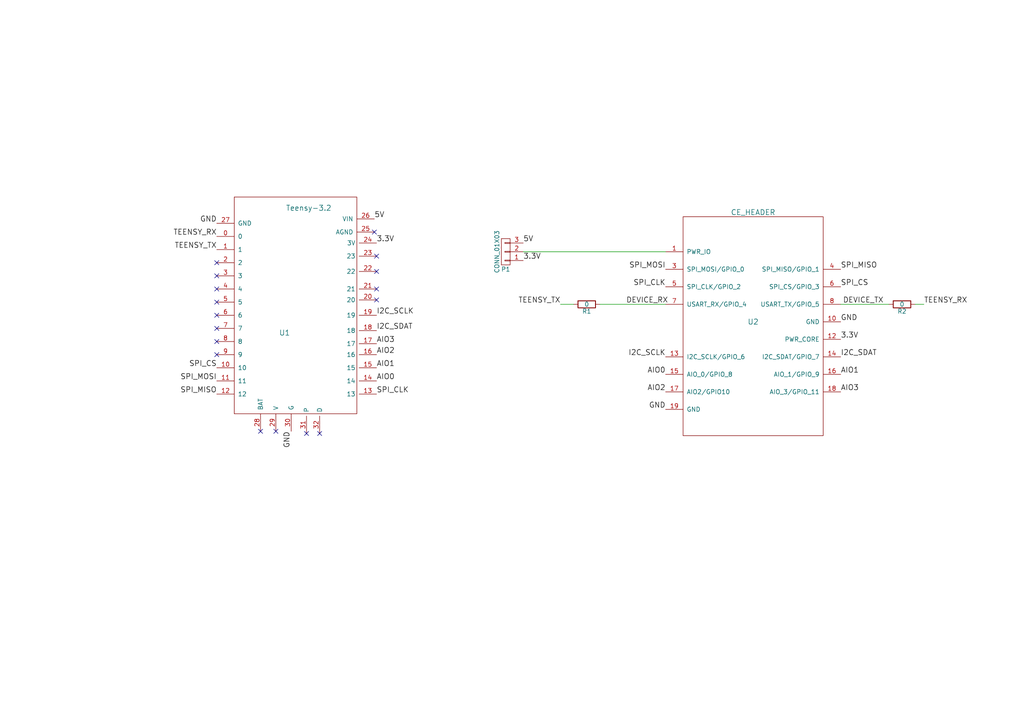
<source format=kicad_sch>
(kicad_sch (version 20230121) (generator eeschema)
  (paper "A4")
  (lib_symbols
    (symbol "TeensyConverter-rescue:CONN_01X03" (pin_names (offset 1.016) hide)
      (property "Reference" "P" (at 0 5.08 0))
      (property "Value" "CONN_01X03" (at 2.54 0 90))
      (symbol "CONN_01X03_0_1"
        (rectangle (start -1.27 -2.413) (end 0.254 -2.667))
        (rectangle (start -1.27 0.127) (end 0.254 -0.127))
        (rectangle (start -1.27 2.667) (end 0.254 2.413))
        (rectangle (start -1.27 3.81) (end 1.27 -3.81))
      )
      (symbol "CONN_01X03_1_1"
        (pin passive line (at -5.08 2.54 0) (length 3.81) (name "P1") (number "1"))
        (pin passive line (at -5.08 0 0) (length 3.81) (name "P2") (number "2"))
        (pin passive line (at -5.08 -2.54 0) (length 3.81) (name "P3") (number "3"))
      )
    )
    (symbol "TeensyConverter-rescue:R" (pin_numbers hide) (pin_names (offset 0))
      (property "Reference" "R" (at 2.032 0 90))
      (property "Value" "R" (at 0 0 90))
      (symbol "R_0_1"
        (rectangle (start -1.016 -2.54) (end 1.016 2.54) (stroke (width 0.254)))
      )
      (symbol "R_1_1"
        (pin passive line (at 0 3.81 270) (length 1.27) (name "~") (number "1"))
        (pin passive line (at 0 -3.81 90) (length 1.27) (name "~") (number "2"))
      )
    )
    (symbol "ce_header:CE_HEADER" (pin_names (offset 1.016))
      (property "Reference" "U" (at 0 0 0))
      (property "Value" "CE_HEADER" (at 0 31.75 0))
      (symbol "CE_HEADER_0_1"
        (rectangle (start -20.32 30.48) (end 20.32 -33.02))
      )
      (symbol "CE_HEADER_1_1"
        (pin input line (at -25.4 20.32 0) (length 5.08) (name "PWR_IO") (number "1"))
        (pin input line (at 25.4 0 180) (length 5.08) (name "GND") (number "10"))
        (pin input line (at 25.4 -5.08 180) (length 5.08) (name "PWR_CORE") (number "12"))
        (pin input line (at -25.4 -10.16 0) (length 5.08) (name "I2C_SCLK/GPIO_6") (number "13"))
        (pin input line (at 25.4 -10.16 180) (length 5.08) (name "I2C_SDAT/GPIO_7") (number "14"))
        (pin input line (at -25.4 -15.24 0) (length 5.08) (name "AIO_0/GPIO_8") (number "15"))
        (pin input line (at 25.4 -15.24 180) (length 5.08) (name "AIO_1/GPIO_9") (number "16"))
        (pin input line (at -25.4 -20.32 0) (length 5.08) (name "AIO2/GPIO10") (number "17"))
        (pin input line (at 25.4 -20.32 180) (length 5.08) (name "AIO_3/GPIO_11") (number "18"))
        (pin input line (at -25.4 -25.4 0) (length 5.08) (name "GND") (number "19"))
        (pin input line (at -25.4 15.24 0) (length 5.08) (name "SPI_MOSI/GPIO_0") (number "3"))
        (pin input line (at 25.4 15.24 180) (length 5.08) (name "SPI_MISO/GPIO_1") (number "4"))
        (pin input line (at -25.4 10.16 0) (length 5.08) (name "SPI_CLK/GPIO_2") (number "5"))
        (pin input line (at 25.4 10.16 180) (length 5.08) (name "SPI_CS/GPIO_3") (number "6"))
        (pin input line (at -25.4 5.08 0) (length 5.08) (name "USART_RX/GPIO_4") (number "7"))
        (pin input line (at 25.4 5.08 180) (length 5.08) (name "USART_TX/GPIO_5") (number "8"))
      )
    )
    (symbol "teensy-32:Teensy-3.2" (pin_names (offset 1.016))
      (property "Reference" "U" (at 3.81 -6.35 0))
      (property "Value" "Teensy-3.2" (at -3.175 29.845 0))
      (symbol "Teensy-3.2_0_1"
        (rectangle (start -17.145 33.02) (end 18.415 -29.845))
      )
      (symbol "Teensy-3.2_1_1"
        (pin input line (at 23.495 21.59 180) (length 5.08) (name "0") (number "0"))
        (pin input line (at 23.495 17.78 180) (length 5.08) (name "1") (number "1"))
        (pin input line (at 23.495 -16.51 180) (length 5.08) (name "10") (number "10"))
        (pin input line (at 23.495 -20.32 180) (length 5.08) (name "11") (number "11"))
        (pin input line (at 23.495 -24.13 180) (length 5.08) (name "12") (number "12"))
        (pin input line (at -22.86 -24.13 0) (length 5.08) (name "13") (number "13"))
        (pin input line (at -22.86 -20.32 0) (length 5.08) (name "14") (number "14"))
        (pin input line (at -22.86 -16.51 0) (length 5.08) (name "15") (number "15"))
        (pin input line (at -22.86 -12.7 0) (length 5.08) (name "16") (number "16"))
        (pin input line (at -22.86 -9.525 0) (length 5.08) (name "17") (number "17"))
        (pin input line (at -22.86 -5.715 0) (length 5.08) (name "18") (number "18"))
        (pin input line (at -22.86 -1.27 0) (length 5.08) (name "19") (number "19"))
        (pin input line (at 23.495 13.97 180) (length 5.08) (name "2") (number "2"))
        (pin input line (at -22.86 3.175 0) (length 5.08) (name "20") (number "20"))
        (pin input line (at -22.86 6.35 0) (length 5.08) (name "21") (number "21"))
        (pin input line (at -22.86 11.43 0) (length 5.08) (name "22") (number "22"))
        (pin input line (at -22.86 15.875 0) (length 5.08) (name "23") (number "23"))
        (pin input line (at -22.86 19.685 0) (length 5.08) (name "3V") (number "24"))
        (pin input line (at -22.225 22.86 0) (length 5.08) (name "AGND") (number "25"))
        (pin input line (at -22.225 26.67 0) (length 5.08) (name "VIN") (number "26"))
        (pin input line (at 23.495 25.4 180) (length 5.08) (name "GND") (number "27"))
        (pin input line (at 10.795 -34.925 90) (length 5.08) (name "BAT") (number "28"))
        (pin input line (at 6.35 -34.925 90) (length 5.08) (name "V") (number "29"))
        (pin input line (at 23.495 10.16 180) (length 5.08) (name "3") (number "3"))
        (pin input line (at 1.905 -34.925 90) (length 5.08) (name "G") (number "30"))
        (pin input line (at -2.54 -35.56 90) (length 5.08) (name "P") (number "31"))
        (pin input line (at -6.35 -35.56 90) (length 5.08) (name "D") (number "32"))
        (pin input line (at 23.495 6.35 180) (length 5.08) (name "4") (number "4"))
        (pin input line (at 23.495 2.54 180) (length 5.08) (name "5") (number "5"))
        (pin input line (at 23.495 -1.27 180) (length 5.08) (name "6") (number "6"))
        (pin input line (at 23.495 -5.08 180) (length 5.08) (name "7") (number "7"))
        (pin input line (at 23.495 -8.89 180) (length 5.08) (name "8") (number "8"))
        (pin input line (at 23.495 -12.7 180) (length 5.08) (name "9") (number "9"))
      )
    )
  )
  (no_connect (at 62.865 99.06))
  (no_connect (at 92.71 125.73))
  (no_connect (at 62.865 83.82))
  (no_connect (at 75.565 125.095))
  (no_connect (at 88.9 125.73))
  (no_connect (at 62.865 87.63))
  (no_connect (at 62.865 95.25))
  (no_connect (at 109.22 74.295))
  (no_connect (at 109.22 83.82))
  (no_connect (at 108.585 67.31))
  (no_connect (at 62.865 102.87))
  (no_connect (at 62.865 76.2))
  (no_connect (at 80.01 125.095))
  (no_connect (at 109.22 86.995))
  (no_connect (at 62.865 91.44))
  (no_connect (at 109.22 78.74))
  (no_connect (at 62.865 80.01))
  (wire (pts (xy 166.37 88.265) (xy 162.56 88.265)))
  (wire (pts (xy 257.81 88.265) (xy 243.84 88.265)))
  (wire (pts (xy 265.43 88.265) (xy 267.97 88.265)))
  (wire (pts (xy 193.04 88.265) (xy 173.99 88.265)))
  (wire (pts (xy 193.04 73.025) (xy 151.765 73.025)))
  (label "TEENSY_RX" (at 267.97 88.265 0) (effects (font (size 1.524 1.524))))
  (label "GND" (at 193.04 118.745 180) (effects (font (size 1.524 1.524))))
  (label "SPI_MOSI" (at 62.865 110.49 180) (effects (font (size 1.524 1.524))))
  (label "SPI_MOSI" (at 193.04 78.105 180) (effects (font (size 1.524 1.524))))
  (label "5V" (at 108.585 63.5 0) (effects (font (size 1.524 1.524))))
  (label "TEENSY_RX" (at 62.865 68.58 180) (effects (font (size 1.524 1.524))))
  (label "TEENSY_TX" (at 162.56 88.265 180) (effects (font (size 1.524 1.524))))
  (label "SPI_CLK" (at 109.22 114.3 0) (effects (font (size 1.524 1.524))))
  (label "GND" (at 84.455 125.095 270) (effects (font (size 1.524 1.524))))
  (label "3.3V" (at 243.84 98.425 0) (effects (font (size 1.524 1.524))))
  (label "I2C_SDAT" (at 243.84 103.505 0) (effects (font (size 1.524 1.524))))
  (label "TEENSY_TX" (at 62.865 72.39 180) (effects (font (size 1.524 1.524))))
  (label "SPI_MISO" (at 243.84 78.105 0) (effects (font (size 1.524 1.524))))
  (label "I2C_SDAT" (at 109.22 95.885 0) (effects (font (size 1.524 1.524))))
  (label "SPI_CS" (at 243.84 83.185 0) (effects (font (size 1.524 1.524))))
  (label "5V" (at 151.765 70.485 0) (effects (font (size 1.524 1.524))))
  (label "AIO1" (at 243.84 108.585 0) (effects (font (size 1.524 1.524))))
  (label "AIO3" (at 109.22 99.695 0) (effects (font (size 1.524 1.524))))
  (label "AIO2" (at 193.04 113.665 180) (effects (font (size 1.524 1.524))))
  (label "GND" (at 243.84 93.345 0) (effects (font (size 1.524 1.524))))
  (label "3.3V" (at 151.765 75.565 0) (effects (font (size 1.524 1.524))))
  (label "AIO0" (at 193.04 108.585 180) (effects (font (size 1.524 1.524))))
  (label "GND" (at 62.865 64.77 180) (effects (font (size 1.524 1.524))))
  (label "SPI_CS" (at 62.865 106.68 180) (effects (font (size 1.524 1.524))))
  (label "AIO0" (at 109.22 110.49 0) (effects (font (size 1.524 1.524))))
  (label "AIO1" (at 109.22 106.68 0) (effects (font (size 1.524 1.524))))
  (label "DEVICE_RX" (at 181.61 88.265 0) (effects (font (size 1.524 1.524))))
  (label "SPI_CLK" (at 193.04 83.185 180) (effects (font (size 1.524 1.524))))
  (label "SPI_MISO" (at 62.865 114.3 180) (effects (font (size 1.524 1.524))))
  (label "I2C_SCLK" (at 109.22 91.44 0) (effects (font (size 1.524 1.524))))
  (label "DEVICE_TX" (at 244.475 88.265 0) (effects (font (size 1.524 1.524))))
  (label "AIO3" (at 243.84 113.665 0) (effects (font (size 1.524 1.524))))
  (label "AIO2" (at 109.22 102.87 0) (effects (font (size 1.524 1.524))))
  (label "3.3V" (at 109.22 70.485 0) (effects (font (size 1.524 1.524))))
  (label "I2C_SCLK" (at 193.04 103.505 180) (effects (font (size 1.524 1.524))))
  (symbol (lib_id "teensy-32:Teensy-3.2") (at 86.36 90.17 0) (mirror y) (unit 1)
    (property "Reference" "U1" (at 82.55 96.52 0) (effects (font (size 1.524 1.524))))
    (property "Value" "Teensy-3.2" (at 89.535 60.325 0) (effects (font (size 1.524 1.524))))
    (property "Footprint" "TeensyConverter:Teensy-32" (effects hide))
  )
  (symbol (lib_id "ce_header:CE_HEADER") (at 218.44 93.345 0) (unit 1)
    (property "Reference" "U2" (at 218.44 93.345 0) (effects (font (size 1.524 1.524))))
    (property "Value" "CE_HEADER" (at 218.44 61.595 0) (effects (font (size 1.524 1.524))))
    (property "Footprint" "TeensyConverter:CE_Header" (effects hide))
  )
  (symbol (lib_id "TeensyConverter-rescue:CONN_01X03") (at 146.685 73.025 180) (unit 1)
    (property "Reference" "P1" (at 146.685 78.105 0))
    (property "Value" "CONN_01X03" (at 144.145 73.025 90))
    (property "Footprint" "Pin_Headers:Pin_Header_Straight_1x03_Pitch2.54mm" (effects hide))
  )
  (symbol (lib_id "TeensyConverter-rescue:R") (at 170.18 88.265 270) (unit 1)
    (property "Reference" "R1" (at 170.18 90.297 90))
    (property "Value" "0" (at 170.18 88.265 90))
    (property "Footprint" "Resistors_SMD:R_0805_HandSoldering" (effects hide))
  )
  (symbol (lib_id "TeensyConverter-rescue:R") (at 261.62 88.265 270) (unit 1)
    (property "Reference" "R2" (at 261.62 90.297 90))
    (property "Value" "0" (at 261.62 88.265 90))
    (property "Footprint" "Resistors_SMD:R_0805_HandSoldering" (effects hide))
  )
)
</source>
